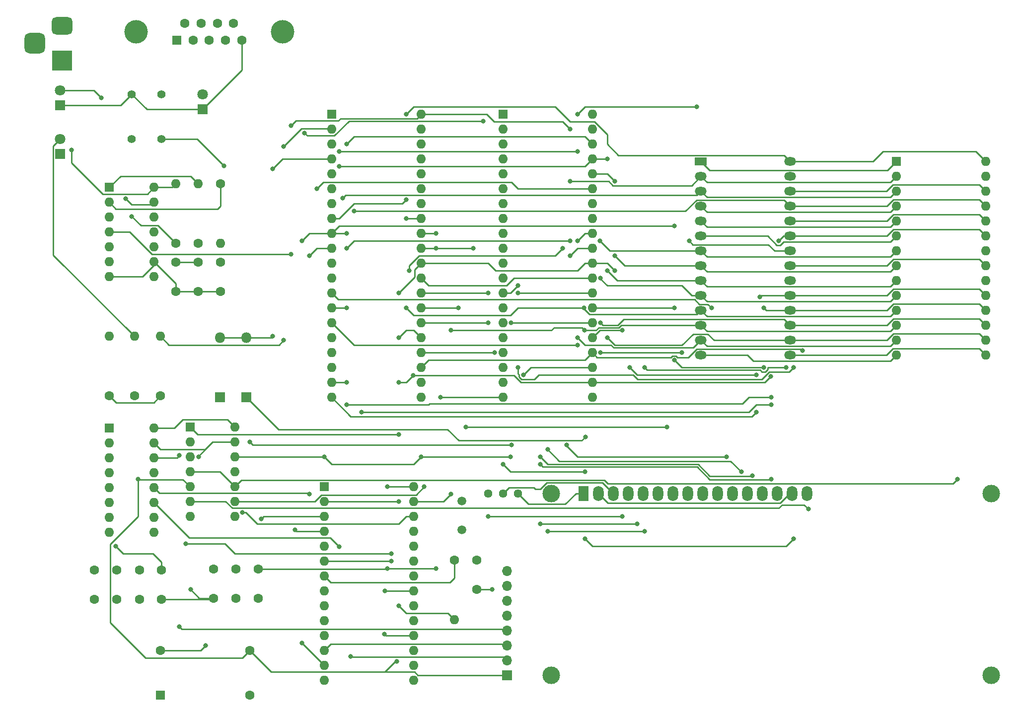
<source format=gbr>
G04 #@! TF.GenerationSoftware,KiCad,Pcbnew,(6.0.10-0)*
G04 #@! TF.CreationDate,2024-07-27T08:04:34-04:00*
G04 #@! TF.ProjectId,6502_wozmon,36353032-5f77-46f7-9a6d-6f6e2e6b6963,rev?*
G04 #@! TF.SameCoordinates,Original*
G04 #@! TF.FileFunction,Copper,L2,Bot*
G04 #@! TF.FilePolarity,Positive*
%FSLAX46Y46*%
G04 Gerber Fmt 4.6, Leading zero omitted, Abs format (unit mm)*
G04 Created by KiCad (PCBNEW (6.0.10-0)) date 2024-07-27 08:04:34*
%MOMM*%
%LPD*%
G01*
G04 APERTURE LIST*
G04 Aperture macros list*
%AMRoundRect*
0 Rectangle with rounded corners*
0 $1 Rounding radius*
0 $2 $3 $4 $5 $6 $7 $8 $9 X,Y pos of 4 corners*
0 Add a 4 corners polygon primitive as box body*
4,1,4,$2,$3,$4,$5,$6,$7,$8,$9,$2,$3,0*
0 Add four circle primitives for the rounded corners*
1,1,$1+$1,$2,$3*
1,1,$1+$1,$4,$5*
1,1,$1+$1,$6,$7*
1,1,$1+$1,$8,$9*
0 Add four rect primitives between the rounded corners*
20,1,$1+$1,$2,$3,$4,$5,0*
20,1,$1+$1,$4,$5,$6,$7,0*
20,1,$1+$1,$6,$7,$8,$9,0*
20,1,$1+$1,$8,$9,$2,$3,0*%
G04 Aperture macros list end*
G04 #@! TA.AperFunction,ComponentPad*
%ADD10C,1.600000*%
G04 #@! TD*
G04 #@! TA.AperFunction,ComponentPad*
%ADD11R,1.600000X1.600000*%
G04 #@! TD*
G04 #@! TA.AperFunction,ComponentPad*
%ADD12O,1.600000X1.600000*%
G04 #@! TD*
G04 #@! TA.AperFunction,ComponentPad*
%ADD13C,3.000000*%
G04 #@! TD*
G04 #@! TA.AperFunction,ComponentPad*
%ADD14R,1.800000X2.600000*%
G04 #@! TD*
G04 #@! TA.AperFunction,ComponentPad*
%ADD15O,1.800000X2.600000*%
G04 #@! TD*
G04 #@! TA.AperFunction,ComponentPad*
%ADD16C,4.000000*%
G04 #@! TD*
G04 #@! TA.AperFunction,ComponentPad*
%ADD17R,1.800000X1.800000*%
G04 #@! TD*
G04 #@! TA.AperFunction,ComponentPad*
%ADD18O,1.800000X1.800000*%
G04 #@! TD*
G04 #@! TA.AperFunction,ComponentPad*
%ADD19R,3.500000X3.500000*%
G04 #@! TD*
G04 #@! TA.AperFunction,ComponentPad*
%ADD20RoundRect,0.750000X-1.000000X0.750000X-1.000000X-0.750000X1.000000X-0.750000X1.000000X0.750000X0*%
G04 #@! TD*
G04 #@! TA.AperFunction,ComponentPad*
%ADD21RoundRect,0.875000X-0.875000X0.875000X-0.875000X-0.875000X0.875000X-0.875000X0.875000X0.875000X0*%
G04 #@! TD*
G04 #@! TA.AperFunction,ComponentPad*
%ADD22C,1.800000*%
G04 #@! TD*
G04 #@! TA.AperFunction,ComponentPad*
%ADD23C,1.500000*%
G04 #@! TD*
G04 #@! TA.AperFunction,ComponentPad*
%ADD24C,1.397000*%
G04 #@! TD*
G04 #@! TA.AperFunction,ComponentPad*
%ADD25R,1.700000X1.700000*%
G04 #@! TD*
G04 #@! TA.AperFunction,ComponentPad*
%ADD26O,1.700000X1.700000*%
G04 #@! TD*
G04 #@! TA.AperFunction,ComponentPad*
%ADD27R,2.000000X1.440000*%
G04 #@! TD*
G04 #@! TA.AperFunction,ComponentPad*
%ADD28O,2.000000X1.440000*%
G04 #@! TD*
G04 #@! TA.AperFunction,ComponentPad*
%ADD29C,1.440000*%
G04 #@! TD*
G04 #@! TA.AperFunction,ViaPad*
%ADD30C,0.800000*%
G04 #@! TD*
G04 #@! TA.AperFunction,Conductor*
%ADD31C,0.250000*%
G04 #@! TD*
G04 APERTURE END LIST*
D10*
G04 #@! TO.P,C9,1*
G04 #@! TO.N,Net-(C9-Pad1)*
X50257500Y-111585000D03*
G04 #@! TO.P,C9,2*
G04 #@! TO.N,GND*
X50257500Y-116585000D03*
G04 #@! TD*
D11*
G04 #@! TO.P,U3,1,A14*
G04 #@! TO.N,A14*
X175541666Y-41925000D03*
D12*
G04 #@! TO.P,U3,2,A12*
G04 #@! TO.N,A12*
X175541666Y-44465000D03*
G04 #@! TO.P,U3,3,A7*
G04 #@! TO.N,A7*
X175541666Y-47005000D03*
G04 #@! TO.P,U3,4,A6*
G04 #@! TO.N,A6*
X175541666Y-49545000D03*
G04 #@! TO.P,U3,5,A5*
G04 #@! TO.N,A5*
X175541666Y-52085000D03*
G04 #@! TO.P,U3,6,A4*
G04 #@! TO.N,A4*
X175541666Y-54625000D03*
G04 #@! TO.P,U3,7,A3*
G04 #@! TO.N,A3*
X175541666Y-57165000D03*
G04 #@! TO.P,U3,8,A2*
G04 #@! TO.N,A2*
X175541666Y-59705000D03*
G04 #@! TO.P,U3,9,A1*
G04 #@! TO.N,A1*
X175541666Y-62245000D03*
G04 #@! TO.P,U3,10,A0*
G04 #@! TO.N,A0*
X175541666Y-64785000D03*
G04 #@! TO.P,U3,11,D0*
G04 #@! TO.N,D0*
X175541666Y-67325000D03*
G04 #@! TO.P,U3,12,D1*
G04 #@! TO.N,D1*
X175541666Y-69865000D03*
G04 #@! TO.P,U3,13,D2*
G04 #@! TO.N,D2*
X175541666Y-72405000D03*
G04 #@! TO.P,U3,14,GND*
G04 #@! TO.N,GND*
X175541666Y-74945000D03*
G04 #@! TO.P,U3,15,D3*
G04 #@! TO.N,D3*
X190781666Y-74945000D03*
G04 #@! TO.P,U3,16,D4*
G04 #@! TO.N,D4*
X190781666Y-72405000D03*
G04 #@! TO.P,U3,17,D5*
G04 #@! TO.N,D5*
X190781666Y-69865000D03*
G04 #@! TO.P,U3,18,D6*
G04 #@! TO.N,D6*
X190781666Y-67325000D03*
G04 #@! TO.P,U3,19,D7*
G04 #@! TO.N,D7*
X190781666Y-64785000D03*
G04 #@! TO.P,U3,20,~{CS}*
G04 #@! TO.N,A15\u002A*
X190781666Y-62245000D03*
G04 #@! TO.P,U3,21,A10*
G04 #@! TO.N,A10*
X190781666Y-59705000D03*
G04 #@! TO.P,U3,22,~{OE}*
G04 #@! TO.N,GND*
X190781666Y-57165000D03*
G04 #@! TO.P,U3,23,A11*
G04 #@! TO.N,A11*
X190781666Y-54625000D03*
G04 #@! TO.P,U3,24,A9*
G04 #@! TO.N,A9*
X190781666Y-52085000D03*
G04 #@! TO.P,U3,25,A8*
G04 #@! TO.N,A8*
X190781666Y-49545000D03*
G04 #@! TO.P,U3,26,A13*
G04 #@! TO.N,A13*
X190781666Y-47005000D03*
G04 #@! TO.P,U3,27,~{WE}*
G04 #@! TO.N,VCC*
X190781666Y-44465000D03*
G04 #@! TO.P,U3,28,VCC*
X190781666Y-41925000D03*
G04 #@! TD*
D10*
G04 #@! TO.P,C6,1*
G04 #@! TO.N,Net-(C6-Pad1)*
X38827500Y-111585000D03*
G04 #@! TO.P,C6,2*
G04 #@! TO.N,Net-(C6-Pad2)*
X38827500Y-116585000D03*
G04 #@! TD*
D13*
G04 #@! TO.P,U8,*
G04 #@! TO.N,*
X191712500Y-98542500D03*
X191711980Y-129543200D03*
X116713400Y-129543200D03*
X116713400Y-98542500D03*
D14*
G04 #@! TO.P,U8,1,VSS*
G04 #@! TO.N,GND*
X122212500Y-98542500D03*
D15*
G04 #@! TO.P,U8,2,VDD*
G04 #@! TO.N,VCC*
X124752500Y-98542500D03*
G04 #@! TO.P,U8,3,VO*
G04 #@! TO.N,Net-(RV1-Pad2)*
X127292500Y-98542500D03*
G04 #@! TO.P,U8,4,RS*
G04 #@! TO.N,Net-(U7-Pad14)*
X129832500Y-98542500D03*
G04 #@! TO.P,U8,5,R/W*
G04 #@! TO.N,Net-(U7-Pad15)*
X132372500Y-98542500D03*
G04 #@! TO.P,U8,6,E*
G04 #@! TO.N,Net-(U7-Pad16)*
X134912500Y-98542500D03*
G04 #@! TO.P,U8,7,D0*
G04 #@! TO.N,unconnected-(U8-Pad7)*
X137452500Y-98542500D03*
G04 #@! TO.P,U8,8,D1*
G04 #@! TO.N,unconnected-(U8-Pad8)*
X139992500Y-98542500D03*
G04 #@! TO.P,U8,9,D2*
G04 #@! TO.N,unconnected-(U8-Pad9)*
X142532500Y-98542500D03*
G04 #@! TO.P,U8,10,D3*
G04 #@! TO.N,unconnected-(U8-Pad10)*
X145072500Y-98542500D03*
G04 #@! TO.P,U8,11,D4*
G04 #@! TO.N,Net-(U7-Pad10)*
X147612500Y-98542500D03*
G04 #@! TO.P,U8,12,D5*
G04 #@! TO.N,Net-(U7-Pad11)*
X150152500Y-98542500D03*
G04 #@! TO.P,U8,13,D6*
G04 #@! TO.N,Net-(U7-Pad12)*
X152692500Y-98542500D03*
G04 #@! TO.P,U8,14,D7*
G04 #@! TO.N,Net-(U7-Pad13)*
X155232500Y-98542500D03*
G04 #@! TO.P,U8,15,LED(+)*
G04 #@! TO.N,VCC*
X157772500Y-98542500D03*
G04 #@! TO.P,U8,16,LED(-)*
G04 #@! TO.N,GND*
X160312500Y-98542500D03*
G04 #@! TD*
D16*
G04 #@! TO.P,J2,0*
G04 #@! TO.N,N/C*
X70910000Y-19810331D03*
X45910000Y-19810331D03*
D11*
G04 #@! TO.P,J2,1,1*
G04 #@! TO.N,unconnected-(J2-Pad1)*
X52870000Y-21230331D03*
D10*
G04 #@! TO.P,J2,2,2*
G04 #@! TO.N,RXD*
X55640000Y-21230331D03*
G04 #@! TO.P,J2,3,3*
G04 #@! TO.N,TXD*
X58410000Y-21230331D03*
G04 #@! TO.P,J2,4,4*
G04 #@! TO.N,unconnected-(J2-Pad4)*
X61180000Y-21230331D03*
G04 #@! TO.P,J2,5,5*
G04 #@! TO.N,GND*
X63950000Y-21230331D03*
G04 #@! TO.P,J2,6,6*
G04 #@! TO.N,unconnected-(J2-Pad6)*
X54255000Y-18390331D03*
G04 #@! TO.P,J2,7,7*
G04 #@! TO.N,unconnected-(J2-Pad7)*
X57025000Y-18390331D03*
G04 #@! TO.P,J2,8,8*
G04 #@! TO.N,unconnected-(J2-Pad8)*
X59795000Y-18390331D03*
G04 #@! TO.P,J2,9,9*
G04 #@! TO.N,unconnected-(J2-Pad9)*
X62565000Y-18390331D03*
G04 #@! TD*
D17*
G04 #@! TO.P,D1,1,K*
G04 #@! TO.N,Net-(D1-Pad1)*
X60232500Y-82150000D03*
D18*
G04 #@! TO.P,D1,2,A*
G04 #@! TO.N,IRQ\u002A*
X60232500Y-71990000D03*
G04 #@! TD*
D10*
G04 #@! TO.P,C10,1*
G04 #@! TO.N,VCC*
X56515000Y-59095000D03*
G04 #@! TO.P,C10,2*
G04 #@! TO.N,GND*
X56515000Y-64095000D03*
G04 #@! TD*
G04 #@! TO.P,C8,1*
G04 #@! TO.N,GND*
X46487500Y-116625000D03*
G04 #@! TO.P,C8,2*
G04 #@! TO.N,Net-(C8-Pad2)*
X46487500Y-111625000D03*
G04 #@! TD*
D19*
G04 #@! TO.P,J1,1*
G04 #@! TO.N,VCC*
X33342500Y-24765000D03*
D20*
G04 #@! TO.P,J1,2*
G04 #@! TO.N,unconnected-(J1-Pad2)*
X33342500Y-18765000D03*
D21*
G04 #@! TO.P,J1,3*
G04 #@! TO.N,GND*
X28642500Y-21765000D03*
G04 #@! TD*
D17*
G04 #@! TO.P,D3,1,K*
G04 #@! TO.N,GND*
X57257110Y-33025000D03*
D22*
G04 #@! TO.P,D3,2,A*
G04 #@! TO.N,Net-(D3-Pad2)*
X57257110Y-30485000D03*
G04 #@! TD*
D11*
G04 #@! TO.P,U4,1,VSS*
G04 #@! TO.N,GND*
X78007500Y-97375000D03*
D12*
G04 #@! TO.P,U4,2,CS1*
G04 #@! TO.N,A12*
X78007500Y-99915000D03*
G04 #@! TO.P,U4,3,~{CS2}*
G04 #@! TO.N,Net-(U1-Pad8)*
X78007500Y-102455000D03*
G04 #@! TO.P,U4,4,~{RES}*
G04 #@! TO.N,RESET\u002A*
X78007500Y-104995000D03*
G04 #@! TO.P,U4,5,RxC*
G04 #@! TO.N,unconnected-(U4-Pad5)*
X78007500Y-107535000D03*
G04 #@! TO.P,U4,6,XTAL1*
G04 #@! TO.N,Net-(C5-Pad1)*
X78007500Y-110075000D03*
G04 #@! TO.P,U4,7,XTAL2*
G04 #@! TO.N,XTAL*
X78007500Y-112615000D03*
G04 #@! TO.P,U4,8,~{RTS}*
G04 #@! TO.N,unconnected-(U4-Pad8)*
X78007500Y-115155000D03*
G04 #@! TO.P,U4,9,~{CTS}*
G04 #@! TO.N,unconnected-(U4-Pad9)*
X78007500Y-117695000D03*
G04 #@! TO.P,U4,10,TxD*
G04 #@! TO.N,Net-(U4-Pad10)*
X78007500Y-120235000D03*
G04 #@! TO.P,U4,11,~{DTR}*
G04 #@! TO.N,unconnected-(U4-Pad11)*
X78007500Y-122775000D03*
G04 #@! TO.P,U4,12,RxD*
G04 #@! TO.N,MAX232_12*
X78007500Y-125315000D03*
G04 #@! TO.P,U4,13,RS0*
G04 #@! TO.N,A0*
X78007500Y-127855000D03*
G04 #@! TO.P,U4,14,RS1*
G04 #@! TO.N,A1*
X78007500Y-130395000D03*
G04 #@! TO.P,U4,15,VCC*
G04 #@! TO.N,VCC*
X93247500Y-130395000D03*
G04 #@! TO.P,U4,16,~{DCD}*
G04 #@! TO.N,unconnected-(U4-Pad16)*
X93247500Y-127855000D03*
G04 #@! TO.P,U4,17,~{DSR}*
G04 #@! TO.N,unconnected-(U4-Pad17)*
X93247500Y-125315000D03*
G04 #@! TO.P,U4,18,D0*
G04 #@! TO.N,D0*
X93247500Y-122775000D03*
G04 #@! TO.P,U4,19,D1*
G04 #@! TO.N,D1*
X93247500Y-120235000D03*
G04 #@! TO.P,U4,20,D2*
G04 #@! TO.N,D2*
X93247500Y-117695000D03*
G04 #@! TO.P,U4,21,D3*
G04 #@! TO.N,D3*
X93247500Y-115155000D03*
G04 #@! TO.P,U4,22,D4*
G04 #@! TO.N,D4*
X93247500Y-112615000D03*
G04 #@! TO.P,U4,23,D5*
G04 #@! TO.N,D5*
X93247500Y-110075000D03*
G04 #@! TO.P,U4,24,D6*
G04 #@! TO.N,D6*
X93247500Y-107535000D03*
G04 #@! TO.P,U4,25,D7*
G04 #@! TO.N,D7*
X93247500Y-104995000D03*
G04 #@! TO.P,U4,26,~{IRQ}*
G04 #@! TO.N,Net-(D1-Pad1)*
X93247500Y-102455000D03*
G04 #@! TO.P,U4,27,\u03D52*
G04 #@! TO.N,CLK*
X93247500Y-99915000D03*
G04 #@! TO.P,U4,28,R/~{W}*
G04 #@! TO.N,RW\u002A*
X93247500Y-97375000D03*
G04 #@! TD*
D10*
G04 #@! TO.P,R3,1*
G04 #@! TO.N,VCC*
X50072500Y-81910000D03*
D12*
G04 #@! TO.P,R3,2*
G04 #@! TO.N,Net-(R3-Pad2)*
X50072500Y-71750000D03*
G04 #@! TD*
D11*
G04 #@! TO.P,U2,1,~{VP}*
G04 #@! TO.N,unconnected-(U2-Pad1)*
X79282500Y-33895000D03*
D12*
G04 #@! TO.P,U2,2,RDY*
G04 #@! TO.N,Net-(R3-Pad2)*
X79282500Y-36435000D03*
G04 #@! TO.P,U2,3,\u03D51*
G04 #@! TO.N,unconnected-(U2-Pad3)*
X79282500Y-38975000D03*
G04 #@! TO.P,U2,4,~{IRQ}*
G04 #@! TO.N,IRQ\u002A*
X79282500Y-41515000D03*
G04 #@! TO.P,U2,5,~{ML}*
G04 #@! TO.N,unconnected-(U2-Pad5)*
X79282500Y-44055000D03*
G04 #@! TO.P,U2,6,~{NMI}*
G04 #@! TO.N,VCC*
X79282500Y-46595000D03*
G04 #@! TO.P,U2,7,SYNC*
G04 #@! TO.N,unconnected-(U2-Pad7)*
X79282500Y-49135000D03*
G04 #@! TO.P,U2,8,VDD*
G04 #@! TO.N,VCC*
X79282500Y-51675000D03*
G04 #@! TO.P,U2,9,A0*
G04 #@! TO.N,A0*
X79282500Y-54215000D03*
G04 #@! TO.P,U2,10,A1*
G04 #@! TO.N,A1*
X79282500Y-56755000D03*
G04 #@! TO.P,U2,11,A2*
G04 #@! TO.N,A2*
X79282500Y-59295000D03*
G04 #@! TO.P,U2,12,A3*
G04 #@! TO.N,A3*
X79282500Y-61835000D03*
G04 #@! TO.P,U2,13,A4*
G04 #@! TO.N,A4*
X79282500Y-64375000D03*
G04 #@! TO.P,U2,14,A5*
G04 #@! TO.N,A5*
X79282500Y-66915000D03*
G04 #@! TO.P,U2,15,A6*
G04 #@! TO.N,A6*
X79282500Y-69455000D03*
G04 #@! TO.P,U2,16,A7*
G04 #@! TO.N,A7*
X79282500Y-71995000D03*
G04 #@! TO.P,U2,17,A8*
G04 #@! TO.N,A8*
X79282500Y-74535000D03*
G04 #@! TO.P,U2,18,A9*
G04 #@! TO.N,A9*
X79282500Y-77075000D03*
G04 #@! TO.P,U2,19,A10*
G04 #@! TO.N,A10*
X79282500Y-79615000D03*
G04 #@! TO.P,U2,20,A11*
G04 #@! TO.N,A11*
X79282500Y-82155000D03*
G04 #@! TO.P,U2,21,VSS*
G04 #@! TO.N,GND*
X94522500Y-82155000D03*
G04 #@! TO.P,U2,22,A12*
G04 #@! TO.N,A12*
X94522500Y-79615000D03*
G04 #@! TO.P,U2,23,A13*
G04 #@! TO.N,A13*
X94522500Y-77075000D03*
G04 #@! TO.P,U2,24,A14*
G04 #@! TO.N,A14*
X94522500Y-74535000D03*
G04 #@! TO.P,U2,25,A15*
G04 #@! TO.N,A15*
X94522500Y-71995000D03*
G04 #@! TO.P,U2,26,D7*
G04 #@! TO.N,D7*
X94522500Y-69455000D03*
G04 #@! TO.P,U2,27,D6*
G04 #@! TO.N,D6*
X94522500Y-66915000D03*
G04 #@! TO.P,U2,28,D5*
G04 #@! TO.N,D5*
X94522500Y-64375000D03*
G04 #@! TO.P,U2,29,D4*
G04 #@! TO.N,D4*
X94522500Y-61835000D03*
G04 #@! TO.P,U2,30,D3*
G04 #@! TO.N,D3*
X94522500Y-59295000D03*
G04 #@! TO.P,U2,31,D2*
G04 #@! TO.N,D2*
X94522500Y-56755000D03*
G04 #@! TO.P,U2,32,D1*
G04 #@! TO.N,D1*
X94522500Y-54215000D03*
G04 #@! TO.P,U2,33,D0*
G04 #@! TO.N,D0*
X94522500Y-51675000D03*
G04 #@! TO.P,U2,34,R/~{W}*
G04 #@! TO.N,RW\u002A*
X94522500Y-49135000D03*
G04 #@! TO.P,U2,35,nc*
G04 #@! TO.N,unconnected-(U2-Pad35)*
X94522500Y-46595000D03*
G04 #@! TO.P,U2,36,BE*
G04 #@! TO.N,VCC*
X94522500Y-44055000D03*
G04 #@! TO.P,U2,37,\u03D50*
G04 #@! TO.N,CLK*
X94522500Y-41515000D03*
G04 #@! TO.P,U2,38,~{SO}*
G04 #@! TO.N,unconnected-(U2-Pad38)*
X94522500Y-38975000D03*
G04 #@! TO.P,U2,39,\u03D52*
G04 #@! TO.N,unconnected-(U2-Pad39)*
X94522500Y-36435000D03*
G04 #@! TO.P,U2,40,~{RES}*
G04 #@! TO.N,RESET\u002A*
X94522500Y-33895000D03*
G04 #@! TD*
D11*
G04 #@! TO.P,U7,1,VSS*
G04 #@! TO.N,GND*
X108492500Y-33890000D03*
D12*
G04 #@! TO.P,U7,2,PA0*
G04 #@! TO.N,unconnected-(U7-Pad2)*
X108492500Y-36430000D03*
G04 #@! TO.P,U7,3,PA1*
G04 #@! TO.N,unconnected-(U7-Pad3)*
X108492500Y-38970000D03*
G04 #@! TO.P,U7,4,PA2*
G04 #@! TO.N,unconnected-(U7-Pad4)*
X108492500Y-41510000D03*
G04 #@! TO.P,U7,5,PA3*
G04 #@! TO.N,unconnected-(U7-Pad5)*
X108492500Y-44050000D03*
G04 #@! TO.P,U7,6,PA4*
G04 #@! TO.N,unconnected-(U7-Pad6)*
X108492500Y-46590000D03*
G04 #@! TO.P,U7,7,PA5*
G04 #@! TO.N,unconnected-(U7-Pad7)*
X108492500Y-49130000D03*
G04 #@! TO.P,U7,8,PA6*
G04 #@! TO.N,unconnected-(U7-Pad8)*
X108492500Y-51670000D03*
G04 #@! TO.P,U7,9,PA7*
G04 #@! TO.N,unconnected-(U7-Pad9)*
X108492500Y-54210000D03*
G04 #@! TO.P,U7,10,PB0*
G04 #@! TO.N,Net-(U7-Pad10)*
X108492500Y-56750000D03*
G04 #@! TO.P,U7,11,PB1*
G04 #@! TO.N,Net-(U7-Pad11)*
X108492500Y-59290000D03*
G04 #@! TO.P,U7,12,PB2*
G04 #@! TO.N,Net-(U7-Pad12)*
X108492500Y-61830000D03*
G04 #@! TO.P,U7,13,PB3*
G04 #@! TO.N,Net-(U7-Pad13)*
X108492500Y-64370000D03*
G04 #@! TO.P,U7,14,PB4*
G04 #@! TO.N,Net-(U7-Pad14)*
X108492500Y-66910000D03*
G04 #@! TO.P,U7,15,PB5*
G04 #@! TO.N,Net-(U7-Pad15)*
X108492500Y-69450000D03*
G04 #@! TO.P,U7,16,PB6*
G04 #@! TO.N,Net-(U7-Pad16)*
X108492500Y-71990000D03*
G04 #@! TO.P,U7,17,PB7*
G04 #@! TO.N,unconnected-(U7-Pad17)*
X108492500Y-74530000D03*
G04 #@! TO.P,U7,18,CB1*
G04 #@! TO.N,unconnected-(U7-Pad18)*
X108492500Y-77070000D03*
G04 #@! TO.P,U7,19,CB2*
G04 #@! TO.N,unconnected-(U7-Pad19)*
X108492500Y-79610000D03*
G04 #@! TO.P,U7,20,VCC*
G04 #@! TO.N,VCC*
X108492500Y-82150000D03*
G04 #@! TO.P,U7,21,~{IRQ}*
G04 #@! TO.N,Net-(D2-Pad1)*
X123732500Y-82150000D03*
G04 #@! TO.P,U7,22,R/~{W}*
G04 #@! TO.N,RW\u002A*
X123732500Y-79610000D03*
G04 #@! TO.P,U7,23,~{CS2}*
G04 #@! TO.N,Net-(U1-Pad8)*
X123732500Y-77070000D03*
G04 #@! TO.P,U7,24,CS1*
G04 #@! TO.N,A13*
X123732500Y-74530000D03*
G04 #@! TO.P,U7,25,\u03D52*
G04 #@! TO.N,CLK*
X123732500Y-71990000D03*
G04 #@! TO.P,U7,26,D7*
G04 #@! TO.N,D7*
X123732500Y-69450000D03*
G04 #@! TO.P,U7,27,D6*
G04 #@! TO.N,D6*
X123732500Y-66910000D03*
G04 #@! TO.P,U7,28,D5*
G04 #@! TO.N,D5*
X123732500Y-64370000D03*
G04 #@! TO.P,U7,29,D4*
G04 #@! TO.N,D4*
X123732500Y-61830000D03*
G04 #@! TO.P,U7,30,D3*
G04 #@! TO.N,D3*
X123732500Y-59290000D03*
G04 #@! TO.P,U7,31,D2*
G04 #@! TO.N,D2*
X123732500Y-56750000D03*
G04 #@! TO.P,U7,32,D1*
G04 #@! TO.N,D1*
X123732500Y-54210000D03*
G04 #@! TO.P,U7,33,D0*
G04 #@! TO.N,D0*
X123732500Y-51670000D03*
G04 #@! TO.P,U7,34,~{RES}*
G04 #@! TO.N,RESET\u002A*
X123732500Y-49130000D03*
G04 #@! TO.P,U7,35,RS3*
G04 #@! TO.N,A3*
X123732500Y-46590000D03*
G04 #@! TO.P,U7,36,RS2*
G04 #@! TO.N,A2*
X123732500Y-44050000D03*
G04 #@! TO.P,U7,37,RS1*
G04 #@! TO.N,A1*
X123732500Y-41510000D03*
G04 #@! TO.P,U7,38,RS0*
G04 #@! TO.N,A0*
X123732500Y-38970000D03*
G04 #@! TO.P,U7,39,CA2*
G04 #@! TO.N,unconnected-(U7-Pad39)*
X123732500Y-36430000D03*
G04 #@! TO.P,U7,40,CA1*
G04 #@! TO.N,unconnected-(U7-Pad40)*
X123732500Y-33890000D03*
G04 #@! TD*
D23*
G04 #@! TO.P,Y1,1,1*
G04 #@! TO.N,Net-(C5-Pad1)*
X101502500Y-99845000D03*
G04 #@! TO.P,Y1,2,2*
G04 #@! TO.N,XTAL*
X101502500Y-104745000D03*
G04 #@! TD*
D11*
G04 #@! TO.P,U1,1*
G04 #@! TO.N,A15*
X55162500Y-87225000D03*
D12*
G04 #@! TO.P,U1,2*
X55162500Y-89765000D03*
G04 #@! TO.P,U1,3*
G04 #@! TO.N,A15\u002A*
X55162500Y-92305000D03*
G04 #@! TO.P,U1,4*
X55162500Y-94845000D03*
G04 #@! TO.P,U1,5*
G04 #@! TO.N,CLK*
X55162500Y-97385000D03*
G04 #@! TO.P,U1,6*
G04 #@! TO.N,Net-(U1-Pad6)*
X55162500Y-99925000D03*
G04 #@! TO.P,U1,7,GND*
G04 #@! TO.N,GND*
X55162500Y-102465000D03*
G04 #@! TO.P,U1,8*
G04 #@! TO.N,Net-(U1-Pad8)*
X62782500Y-102465000D03*
G04 #@! TO.P,U1,9*
G04 #@! TO.N,A14*
X62782500Y-99925000D03*
G04 #@! TO.P,U1,10*
G04 #@! TO.N,A15\u002A*
X62782500Y-97385000D03*
G04 #@! TO.P,U1,11*
G04 #@! TO.N,unconnected-(U1-Pad11)*
X62782500Y-94845000D03*
G04 #@! TO.P,U1,12*
G04 #@! TO.N,GND*
X62782500Y-92305000D03*
G04 #@! TO.P,U1,13*
X62782500Y-89765000D03*
G04 #@! TO.P,U1,14,VCC*
G04 #@! TO.N,VCC*
X62782500Y-87225000D03*
G04 #@! TD*
D10*
G04 #@! TO.P,R4,1*
G04 #@! TO.N,XTAL*
X100232500Y-109915000D03*
D12*
G04 #@! TO.P,R4,2*
G04 #@! TO.N,Net-(C5-Pad1)*
X100232500Y-120075000D03*
G04 #@! TD*
D10*
G04 #@! TO.P,C1,1*
G04 #@! TO.N,VCC*
X52705000Y-59095000D03*
G04 #@! TO.P,C1,2*
G04 #@! TO.N,GND*
X52705000Y-64095000D03*
G04 #@! TD*
G04 #@! TO.P,C5,1*
G04 #@! TO.N,Net-(C5-Pad1)*
X104042500Y-109915000D03*
G04 #@! TO.P,C5,2*
G04 #@! TO.N,GND*
X104042500Y-114915000D03*
G04 #@! TD*
D24*
G04 #@! TO.P,SW2,1,1*
G04 #@! TO.N,Net-(R1-Pad1)*
X45212000Y-38100000D03*
G04 #@! TO.P,SW2,2,2*
G04 #@! TO.N,GND*
X45212000Y-30480000D03*
G04 #@! TO.P,SW2,3,3*
G04 #@! TO.N,Net-(R6-Pad1)*
X50292000Y-38100000D03*
G04 #@! TO.P,SW2,4,4*
G04 #@! TO.N,unconnected-(SW2-Pad4)*
X50292000Y-30480000D03*
G04 #@! TD*
D10*
G04 #@! TO.P,R2,1*
G04 #@! TO.N,VCC*
X41382500Y-81910000D03*
D12*
G04 #@! TO.P,R2,2*
G04 #@! TO.N,Net-(LED_1-Pad2)*
X41382500Y-71750000D03*
G04 #@! TD*
D17*
G04 #@! TO.P,LED_1,1,K*
G04 #@! TO.N,GND*
X33020000Y-32365048D03*
D22*
G04 #@! TO.P,LED_1,2,A*
G04 #@! TO.N,Net-(LED_1-Pad2)*
X33020000Y-29825048D03*
G04 #@! TD*
D10*
G04 #@! TO.P,C2,1*
G04 #@! TO.N,VCC*
X59167500Y-111400000D03*
G04 #@! TO.P,C2,2*
G04 #@! TO.N,GND*
X59167500Y-116400000D03*
G04 #@! TD*
D11*
G04 #@! TO.P,U6,1,C1+*
G04 #@! TO.N,Net-(C6-Pad1)*
X41377500Y-87405000D03*
D12*
G04 #@! TO.P,U6,2,VS+*
G04 #@! TO.N,Net-(C8-Pad2)*
X41377500Y-89945000D03*
G04 #@! TO.P,U6,3,C1-*
G04 #@! TO.N,Net-(C6-Pad2)*
X41377500Y-92485000D03*
G04 #@! TO.P,U6,4,C2+*
G04 #@! TO.N,Net-(C7-Pad1)*
X41377500Y-95025000D03*
G04 #@! TO.P,U6,5,C2-*
G04 #@! TO.N,Net-(C7-Pad2)*
X41377500Y-97565000D03*
G04 #@! TO.P,U6,6,VS-*
G04 #@! TO.N,Net-(C9-Pad1)*
X41377500Y-100105000D03*
G04 #@! TO.P,U6,7,T2OUT*
G04 #@! TO.N,unconnected-(U6-Pad7)*
X41377500Y-102645000D03*
G04 #@! TO.P,U6,8,R2IN*
G04 #@! TO.N,unconnected-(U6-Pad8)*
X41377500Y-105185000D03*
G04 #@! TO.P,U6,9,R2OUT*
G04 #@! TO.N,unconnected-(U6-Pad9)*
X48997500Y-105185000D03*
G04 #@! TO.P,U6,10,T2IN*
G04 #@! TO.N,unconnected-(U6-Pad10)*
X48997500Y-102645000D03*
G04 #@! TO.P,U6,11,T1IN*
G04 #@! TO.N,Net-(U4-Pad10)*
X48997500Y-100105000D03*
G04 #@! TO.P,U6,12,R1OUT*
G04 #@! TO.N,MAX232_12*
X48997500Y-97565000D03*
G04 #@! TO.P,U6,13,R1IN*
G04 #@! TO.N,TXD*
X48997500Y-95025000D03*
G04 #@! TO.P,U6,14,T1OUT*
G04 #@! TO.N,RXD*
X48997500Y-92485000D03*
G04 #@! TO.P,U6,15,GND*
G04 #@! TO.N,GND*
X48997500Y-89945000D03*
G04 #@! TO.P,U6,16,VCC*
G04 #@! TO.N,VCC*
X48997500Y-87405000D03*
G04 #@! TD*
D10*
G04 #@! TO.P,R6,1*
G04 #@! TO.N,Net-(R6-Pad1)*
X56515000Y-55880000D03*
D12*
G04 #@! TO.P,R6,2*
G04 #@! TO.N,Net-(C11-Pad1)*
X56515000Y-45720000D03*
G04 #@! TD*
D10*
G04 #@! TO.P,R5,1*
G04 #@! TO.N,CLK*
X45660833Y-81910000D03*
D12*
G04 #@! TO.P,R5,2*
G04 #@! TO.N,Net-(LED_2-Pad2)*
X45660833Y-71750000D03*
G04 #@! TD*
D10*
G04 #@! TO.P,C7,1*
G04 #@! TO.N,Net-(C7-Pad1)*
X42637500Y-111585000D03*
G04 #@! TO.P,C7,2*
G04 #@! TO.N,Net-(C7-Pad2)*
X42637500Y-116585000D03*
G04 #@! TD*
G04 #@! TO.P,C4,1*
G04 #@! TO.N,VCC*
X66787500Y-111400000D03*
G04 #@! TO.P,C4,2*
G04 #@! TO.N,GND*
X66787500Y-116400000D03*
G04 #@! TD*
D17*
G04 #@! TO.P,LED_2,1,K*
G04 #@! TO.N,GND*
X33020000Y-40630024D03*
D22*
G04 #@! TO.P,LED_2,2,A*
G04 #@! TO.N,Net-(LED_2-Pad2)*
X33020000Y-38090024D03*
G04 #@! TD*
D25*
G04 #@! TO.P,J4,1,Pin_1*
G04 #@! TO.N,CLK*
X109220000Y-129525000D03*
D26*
G04 #@! TO.P,J4,2,Pin_2*
G04 #@! TO.N,RESET\u002A*
X109220000Y-126985000D03*
G04 #@! TO.P,J4,3,Pin_3*
G04 #@! TO.N,MAX232_12*
X109220000Y-124445000D03*
G04 #@! TO.P,J4,4,Pin_4*
G04 #@! TO.N,TXD*
X109220000Y-121905000D03*
G04 #@! TO.P,J4,5,Pin_5*
G04 #@! TO.N,GND*
X109220000Y-119365000D03*
G04 #@! TO.P,J4,6,Pin_6*
X109220000Y-116825000D03*
G04 #@! TO.P,J4,7,Pin_7*
X109220000Y-114285000D03*
G04 #@! TO.P,J4,8,Pin_8*
X109220000Y-111745000D03*
G04 #@! TD*
D11*
G04 #@! TO.P,X1,1,Vcontrol*
G04 #@! TO.N,unconnected-(X1-Pad1)*
X50072500Y-132950000D03*
D10*
G04 #@! TO.P,X1,7,GND*
G04 #@! TO.N,GND*
X65312500Y-132950000D03*
G04 #@! TO.P,X1,8,OUT*
G04 #@! TO.N,CLK*
X65312500Y-125330000D03*
G04 #@! TO.P,X1,14,Vcc*
G04 #@! TO.N,VCC*
X50072500Y-125330000D03*
G04 #@! TD*
G04 #@! TO.P,R7,1*
G04 #@! TO.N,Net-(R7-Pad1)*
X60325000Y-45720000D03*
D12*
G04 #@! TO.P,R7,2*
G04 #@! TO.N,Net-(D3-Pad2)*
X60325000Y-55880000D03*
G04 #@! TD*
D10*
G04 #@! TO.P,C3,1*
G04 #@! TO.N,VCC*
X62977500Y-111400000D03*
G04 #@! TO.P,C3,2*
G04 #@! TO.N,GND*
X62977500Y-116400000D03*
G04 #@! TD*
G04 #@! TO.P,R1,1*
G04 #@! TO.N,Net-(R1-Pad1)*
X52705000Y-55880000D03*
D12*
G04 #@! TO.P,R1,2*
G04 #@! TO.N,VCC*
X52705000Y-45720000D03*
G04 #@! TD*
D10*
G04 #@! TO.P,C11,1*
G04 #@! TO.N,Net-(C11-Pad1)*
X60325000Y-59095000D03*
G04 #@! TO.P,C11,2*
G04 #@! TO.N,GND*
X60325000Y-64095000D03*
G04 #@! TD*
D11*
G04 #@! TO.P,U9,1*
G04 #@! TO.N,Net-(C11-Pad1)*
X41377500Y-46350000D03*
D12*
G04 #@! TO.P,U9,2*
G04 #@! TO.N,Net-(R7-Pad1)*
X41377500Y-48890000D03*
G04 #@! TO.P,U9,3*
X41377500Y-51430000D03*
G04 #@! TO.P,U9,4*
G04 #@! TO.N,RESET\u002A*
X41377500Y-53970000D03*
G04 #@! TO.P,U9,5*
G04 #@! TO.N,GND*
X41377500Y-56510000D03*
G04 #@! TO.P,U9,6*
G04 #@! TO.N,unconnected-(U9-Pad6)*
X41377500Y-59050000D03*
G04 #@! TO.P,U9,7,GND*
G04 #@! TO.N,GND*
X41377500Y-61590000D03*
G04 #@! TO.P,U9,8*
G04 #@! TO.N,unconnected-(U9-Pad8)*
X48997500Y-61590000D03*
G04 #@! TO.P,U9,9*
G04 #@! TO.N,GND*
X48997500Y-59050000D03*
G04 #@! TO.P,U9,10*
G04 #@! TO.N,unconnected-(U9-Pad10)*
X48997500Y-56510000D03*
G04 #@! TO.P,U9,11*
G04 #@! TO.N,GND*
X48997500Y-53970000D03*
G04 #@! TO.P,U9,12*
G04 #@! TO.N,unconnected-(U9-Pad12)*
X48997500Y-51430000D03*
G04 #@! TO.P,U9,13*
G04 #@! TO.N,GND*
X48997500Y-48890000D03*
G04 #@! TO.P,U9,14,VCC*
G04 #@! TO.N,VCC*
X48997500Y-46350000D03*
G04 #@! TD*
D17*
G04 #@! TO.P,D2,1,K*
G04 #@! TO.N,Net-(D2-Pad1)*
X64710834Y-82150000D03*
D18*
G04 #@! TO.P,D2,2,A*
G04 #@! TO.N,IRQ\u002A*
X64710834Y-71990000D03*
G04 #@! TD*
D27*
G04 #@! TO.P,U5,1,A14*
G04 #@! TO.N,A14*
X142240000Y-41910000D03*
D28*
G04 #@! TO.P,U5,2,A12*
G04 #@! TO.N,A12*
X142240000Y-44450000D03*
G04 #@! TO.P,U5,3,A7*
G04 #@! TO.N,A7*
X142240000Y-46990000D03*
G04 #@! TO.P,U5,4,A6*
G04 #@! TO.N,A6*
X142240000Y-49530000D03*
G04 #@! TO.P,U5,5,A5*
G04 #@! TO.N,A5*
X142240000Y-52070000D03*
G04 #@! TO.P,U5,6,A4*
G04 #@! TO.N,A4*
X142240000Y-54610000D03*
G04 #@! TO.P,U5,7,A3*
G04 #@! TO.N,A3*
X142240000Y-57150000D03*
G04 #@! TO.P,U5,8,A2*
G04 #@! TO.N,A2*
X142240000Y-59690000D03*
G04 #@! TO.P,U5,9,A1*
G04 #@! TO.N,A1*
X142240000Y-62230000D03*
G04 #@! TO.P,U5,10,A0*
G04 #@! TO.N,A0*
X142240000Y-64770000D03*
G04 #@! TO.P,U5,11,Q0*
G04 #@! TO.N,D0*
X142240000Y-67310000D03*
G04 #@! TO.P,U5,12,Q1*
G04 #@! TO.N,D1*
X142240000Y-69850000D03*
G04 #@! TO.P,U5,13,Q2*
G04 #@! TO.N,D2*
X142240000Y-72390000D03*
G04 #@! TO.P,U5,14,GND*
G04 #@! TO.N,GND*
X142240000Y-74930000D03*
G04 #@! TO.P,U5,15,Q3*
G04 #@! TO.N,D3*
X157480000Y-74930000D03*
G04 #@! TO.P,U5,16,Q4*
G04 #@! TO.N,D4*
X157480000Y-72390000D03*
G04 #@! TO.P,U5,17,Q5*
G04 #@! TO.N,D5*
X157480000Y-69850000D03*
G04 #@! TO.P,U5,18,Q6*
G04 #@! TO.N,D6*
X157480000Y-67310000D03*
G04 #@! TO.P,U5,19,Q7*
G04 #@! TO.N,D7*
X157480000Y-64770000D03*
G04 #@! TO.P,U5,20,~{CS}*
G04 #@! TO.N,Net-(U1-Pad6)*
X157480000Y-62230000D03*
G04 #@! TO.P,U5,21,A10*
G04 #@! TO.N,A10*
X157480000Y-59690000D03*
G04 #@! TO.P,U5,22,~{OE}*
G04 #@! TO.N,A14*
X157480000Y-57150000D03*
G04 #@! TO.P,U5,23,A11*
G04 #@! TO.N,A11*
X157480000Y-54610000D03*
G04 #@! TO.P,U5,24,A9*
G04 #@! TO.N,A9*
X157480000Y-52070000D03*
G04 #@! TO.P,U5,25,A8*
G04 #@! TO.N,A8*
X157480000Y-49530000D03*
G04 #@! TO.P,U5,26,A13*
G04 #@! TO.N,A13*
X157480000Y-46990000D03*
G04 #@! TO.P,U5,27,~{WE}*
G04 #@! TO.N,RW\u002A*
X157480000Y-44450000D03*
G04 #@! TO.P,U5,28,VCC*
G04 #@! TO.N,VCC*
X157480000Y-41910000D03*
G04 #@! TD*
D29*
G04 #@! TO.P,RV1,1,1*
G04 #@! TO.N,GND*
X111017500Y-98585000D03*
G04 #@! TO.P,RV1,2,2*
G04 #@! TO.N,Net-(RV1-Pad2)*
X108477500Y-98585000D03*
G04 #@! TO.P,RV1,3,3*
G04 #@! TO.N,unconnected-(RV1-Pad3)*
X105937500Y-98585000D03*
G04 #@! TD*
D30*
G04 #@! TO.N,GND*
X74676000Y-37084000D03*
X105156000Y-35052000D03*
X158022500Y-106280000D03*
X106680000Y-114935000D03*
X78012500Y-92310000D03*
X55245000Y-114935000D03*
X109762500Y-92310000D03*
X56561992Y-92310554D03*
X44196000Y-48260000D03*
X122462500Y-106280000D03*
X94522500Y-92310000D03*
G04 #@! TO.N,VCC*
X122462500Y-94850000D03*
X97865503Y-82150000D03*
X88804001Y-111360000D03*
X57785000Y-124460000D03*
X34925000Y-40005000D03*
X91982500Y-48444500D03*
X97062500Y-111360000D03*
X108492500Y-93580000D03*
X91982500Y-33877999D03*
G04 #@! TO.N,Net-(C5-Pad1)*
X89442500Y-110090000D03*
X90712500Y-117710000D03*
G04 #@! TO.N,Net-(C9-Pad1)*
X42452500Y-107550000D03*
G04 #@! TO.N,IRQ\u002A*
X69215000Y-43180000D03*
X69215000Y-71755000D03*
G04 #@! TO.N,Net-(D1-Pad1)*
X64082794Y-101774500D03*
G04 #@! TO.N,TXD*
X53340000Y-121285000D03*
G04 #@! TO.N,RXD*
X53340000Y-92075000D03*
G04 #@! TO.N,Net-(LED_1-Pad2)*
X40005000Y-31115000D03*
G04 #@! TO.N,Net-(R3-Pad2)*
X71120000Y-72390000D03*
X71120000Y-39370000D03*
G04 #@! TO.N,CLK*
X90357840Y-127164500D03*
X99602500Y-98660000D03*
X128812500Y-70720000D03*
X54438000Y-107109520D03*
X89442500Y-108820000D03*
X46262500Y-96120000D03*
G04 #@! TO.N,Net-(D2-Pad1)*
X122555000Y-88900000D03*
G04 #@! TO.N,RESET\u002A*
X119922500Y-36430000D03*
X82550000Y-126365000D03*
X73025000Y-104775000D03*
X72390001Y-35822599D03*
X72390000Y-57785000D03*
G04 #@! TO.N,A15*
X90712500Y-88500000D03*
X90712500Y-71990000D03*
G04 #@! TO.N,A15\u002A*
X185962500Y-96120000D03*
G04 #@! TO.N,Net-(U1-Pad6)*
X160562500Y-101200000D03*
G04 #@! TO.N,Net-(U1-Pad8)*
X65312500Y-89770000D03*
X67310000Y-102870000D03*
X109929590Y-90259500D03*
X111948998Y-78340000D03*
G04 #@! TO.N,A14*
X95068000Y-97390000D03*
X111032500Y-77070000D03*
X107092997Y-74530000D03*
X158022500Y-77070000D03*
X140242500Y-55480000D03*
G04 #@! TO.N,A0*
X125132003Y-61830000D03*
X81822500Y-38970000D03*
X81822500Y-54210000D03*
X137702500Y-52940000D03*
X74239500Y-55480000D03*
X74202500Y-124060000D03*
G04 #@! TO.N,A1*
X126272500Y-41510000D03*
X126272500Y-60560000D03*
X75472500Y-58020000D03*
X80552500Y-42780000D03*
G04 #@! TO.N,A2*
X121192500Y-40240000D03*
X127542500Y-58020000D03*
X127542500Y-45320000D03*
X80552500Y-40240000D03*
G04 #@! TO.N,A3*
X76742500Y-46590000D03*
X125002500Y-55480000D03*
G04 #@! TO.N,A4*
X144052500Y-66910000D03*
G04 #@! TO.N,A5*
X141512500Y-32620000D03*
X119922500Y-55480000D03*
X121192500Y-33890000D03*
X81822500Y-66910000D03*
X81822500Y-56750000D03*
G04 #@! TO.N,A6*
X121192500Y-73260000D03*
X125132003Y-74530000D03*
X138972500Y-74530000D03*
G04 #@! TO.N,A7*
X81132000Y-48223234D03*
G04 #@! TO.N,A8*
X83092500Y-50400000D03*
G04 #@! TO.N,A9*
X154212500Y-82150000D03*
X81822500Y-83420000D03*
G04 #@! TO.N,A10*
X154212500Y-83420000D03*
X84362500Y-84690000D03*
X81822500Y-79610000D03*
G04 #@! TO.N,A11*
X151672500Y-84690000D03*
X155482500Y-55480000D03*
G04 #@! TO.N,A12*
X90712500Y-99930000D03*
X119922500Y-45320000D03*
X92528000Y-60560000D03*
X118652500Y-56750000D03*
G04 #@! TO.N,A13*
X159529500Y-74205500D03*
G04 #@! TO.N,D7*
X109892003Y-69450000D03*
X105952500Y-69450000D03*
X152307500Y-65005000D03*
X151672500Y-78340000D03*
X130082500Y-77070000D03*
G04 #@! TO.N,D6*
X136432500Y-87230000D03*
X102142500Y-87230000D03*
X137702500Y-75800000D03*
X100872500Y-66910000D03*
X152942500Y-66910000D03*
X152942500Y-77070000D03*
X137702500Y-66910000D03*
G04 #@! TO.N,D5*
X111032500Y-64370000D03*
X125132003Y-69450000D03*
X105952500Y-64370000D03*
G04 #@! TO.N,D4*
X126272500Y-71990000D03*
G04 #@! TO.N,D3*
X156752500Y-77070000D03*
X90712500Y-64370000D03*
X132622500Y-77070000D03*
X88354500Y-115170000D03*
X127542500Y-60560000D03*
G04 #@! TO.N,D2*
X121192500Y-71990000D03*
X103412500Y-56750000D03*
X97062500Y-56750000D03*
X119922500Y-58020000D03*
G04 #@! TO.N,D1*
X99602500Y-70720000D03*
X121192500Y-55480000D03*
X97062500Y-54210000D03*
X122386909Y-70719999D03*
G04 #@! TO.N,D0*
X88265000Y-122555000D03*
X91982500Y-66910000D03*
X122332997Y-66910000D03*
X91982500Y-51670000D03*
G04 #@! TO.N,RW\u002A*
X154120881Y-78576505D03*
X93212205Y-78380294D03*
X88804001Y-97374999D03*
X90712500Y-79610000D03*
G04 #@! TO.N,Net-(U7-Pad10)*
X146592500Y-92310000D03*
X119357036Y-90259500D03*
G04 #@! TO.N,Net-(U7-Pad11)*
X116112500Y-91040000D03*
X149132500Y-94850000D03*
G04 #@! TO.N,Net-(U7-Pad12)*
X114842500Y-92310000D03*
X151037500Y-95485000D03*
G04 #@! TO.N,Net-(U7-Pad13)*
X114842500Y-93580000D03*
X154212500Y-96120000D03*
X111032500Y-63100000D03*
G04 #@! TO.N,Net-(U7-Pad14)*
X128812500Y-102470000D03*
X105952500Y-102470000D03*
G04 #@! TO.N,Net-(U7-Pad15)*
X114842500Y-103740000D03*
X131352500Y-103740000D03*
G04 #@! TO.N,Net-(U7-Pad16)*
X132622500Y-105010000D03*
X116112500Y-105010000D03*
G04 #@! TO.N,Net-(R1-Pad1)*
X45212000Y-51308000D03*
G04 #@! TO.N,Net-(R6-Pad1)*
X60960000Y-42672000D03*
G04 #@! TO.N,MAX232_12*
X75472500Y-98660000D03*
G04 #@! TO.N,Net-(U4-Pad10)*
X80521451Y-107581049D03*
G04 #@! TD*
D31*
G04 #@! TO.N,GND*
X48997500Y-59050000D02*
X52705000Y-62757500D01*
X45212000Y-49276000D02*
X48611500Y-49276000D01*
X151213190Y-75975000D02*
X174511666Y-75975000D01*
X82256491Y-35052000D02*
X79748491Y-37560000D01*
X93252500Y-93580000D02*
X79282500Y-93580000D01*
X43326952Y-32365048D02*
X33020000Y-32365048D01*
X174511666Y-75975000D02*
X175541666Y-74945000D01*
X105156000Y-35052000D02*
X82256491Y-35052000D01*
X46995000Y-61590000D02*
X48997500Y-59587500D01*
X150168190Y-74930000D02*
X151213190Y-75975000D01*
X44196000Y-48260000D02*
X45212000Y-49276000D01*
X57692500Y-91040000D02*
X50092500Y-91040000D01*
X104042500Y-114915000D02*
X106660000Y-114915000D01*
X60325000Y-64095000D02*
X56515000Y-64095000D01*
X58967500Y-89765000D02*
X62782500Y-89765000D01*
X63950000Y-21230331D02*
X63950000Y-26332110D01*
X156752500Y-107550000D02*
X158022500Y-106280000D01*
X52705000Y-64095000D02*
X56515000Y-64095000D01*
X52705000Y-62757500D02*
X52705000Y-64095000D01*
X112800000Y-100367500D02*
X119094712Y-100367500D01*
X47757000Y-33025000D02*
X57257110Y-33025000D01*
X56561992Y-92310554D02*
X56561992Y-92170508D01*
X123732500Y-107550000D02*
X156752500Y-107550000D01*
X63950000Y-26332110D02*
X57257110Y-33025000D01*
X48997500Y-59587500D02*
X48997500Y-59050000D01*
X122462500Y-106280000D02*
X123732500Y-107550000D01*
X119094712Y-100367500D02*
X120919712Y-98542500D01*
X106660000Y-114915000D02*
X106680000Y-114935000D01*
X55245000Y-114935000D02*
X56710000Y-116400000D01*
X45212000Y-30480000D02*
X47757000Y-33025000D01*
X142240000Y-74930000D02*
X150168190Y-74930000D01*
X78007500Y-92305000D02*
X78012500Y-92310000D01*
X111017500Y-98585000D02*
X112800000Y-100367500D01*
X56710000Y-116400000D02*
X59167500Y-116400000D01*
X79282500Y-93580000D02*
X78012500Y-92310000D01*
X41377500Y-61590000D02*
X46995000Y-61590000D01*
X45212000Y-30480000D02*
X43326952Y-32365048D01*
X50092500Y-91040000D02*
X48997500Y-89945000D01*
X94522500Y-92310000D02*
X109762500Y-92310000D01*
X57692500Y-91040000D02*
X58967500Y-89765000D01*
X58982500Y-116585000D02*
X59167500Y-116400000D01*
X94522500Y-92310000D02*
X93252500Y-93580000D01*
X56561992Y-92170508D02*
X57692500Y-91040000D01*
X62782500Y-92305000D02*
X78007500Y-92305000D01*
X48611500Y-49276000D02*
X48997500Y-48890000D01*
X120919712Y-98542500D02*
X122212500Y-98542500D01*
X75152000Y-37560000D02*
X74676000Y-37084000D01*
X79748491Y-37560000D02*
X75152000Y-37560000D01*
X50257500Y-116585000D02*
X58982500Y-116585000D01*
G04 #@! TO.N,Net-(C11-Pad1)*
X55245000Y-44450000D02*
X56515000Y-45720000D01*
X41377500Y-46350000D02*
X43277500Y-44450000D01*
X43277500Y-44450000D02*
X55245000Y-44450000D01*
G04 #@! TO.N,VCC*
X52075000Y-46350000D02*
X52705000Y-45720000D01*
X126377500Y-100167500D02*
X124752500Y-98542500D01*
X34925000Y-42147500D02*
X40252500Y-47475000D01*
X157772500Y-98542500D02*
X157364912Y-98542500D01*
X157364912Y-98542500D02*
X155739912Y-100167500D01*
X56915000Y-125330000D02*
X50072500Y-125330000D01*
X34925000Y-40005000D02*
X34925000Y-42147500D01*
X91297000Y-49130000D02*
X83092500Y-49130000D01*
X83092500Y-49130000D02*
X80547500Y-51675000D01*
X52705000Y-59095000D02*
X56515000Y-59095000D01*
X41382500Y-81910000D02*
X42507500Y-83035000D01*
X124053491Y-35160000D02*
X119922500Y-35160000D01*
X61517500Y-85960000D02*
X62782500Y-87225000D01*
X47872500Y-47475000D02*
X48997500Y-46350000D01*
X119922500Y-35160000D02*
X117382500Y-32620000D01*
X109762500Y-94850000D02*
X122462500Y-94850000D01*
X48997500Y-46350000D02*
X52075000Y-46350000D01*
X157480000Y-41910000D02*
X156435000Y-40865000D01*
X48947500Y-83035000D02*
X50072500Y-81910000D01*
X93240499Y-32620000D02*
X91982500Y-33877999D01*
X91982500Y-48444500D02*
X91297000Y-49130000D01*
X66787500Y-111400000D02*
X88764001Y-111400000D01*
X155739912Y-100167500D02*
X126377500Y-100167500D01*
X171592500Y-41910000D02*
X157480000Y-41910000D01*
X48997500Y-87405000D02*
X52437500Y-87405000D01*
X126272500Y-38970000D02*
X126272500Y-37379009D01*
X108492500Y-82150000D02*
X97865503Y-82150000D01*
X42507500Y-83035000D02*
X48947500Y-83035000D01*
X190781666Y-41925000D02*
X189096666Y-40240000D01*
X97062500Y-111360000D02*
X88804001Y-111360000D01*
X126272500Y-37379009D02*
X124053491Y-35160000D01*
X189096666Y-40240000D02*
X173262500Y-40240000D01*
X80547500Y-51675000D02*
X79282500Y-51675000D01*
X53882500Y-85960000D02*
X61517500Y-85960000D01*
X40252500Y-47475000D02*
X47872500Y-47475000D01*
X117382500Y-32620000D02*
X93240499Y-32620000D01*
X108492500Y-93580000D02*
X109762500Y-94850000D01*
X156435000Y-40865000D02*
X128167500Y-40865000D01*
X57785000Y-124460000D02*
X56915000Y-125330000D01*
X173262500Y-40240000D02*
X171592500Y-41910000D01*
X128167500Y-40865000D02*
X126272500Y-38970000D01*
X88764001Y-111400000D02*
X88804001Y-111360000D01*
X52437500Y-87405000D02*
X53882500Y-85960000D01*
G04 #@! TO.N,Net-(C5-Pad1)*
X91982500Y-118980000D02*
X99137500Y-118980000D01*
X90712500Y-117710000D02*
X91982500Y-118980000D01*
X78007500Y-110075000D02*
X89427500Y-110075000D01*
X99137500Y-118980000D02*
X100232500Y-120075000D01*
X89427500Y-110075000D02*
X89442500Y-110090000D01*
G04 #@! TO.N,Net-(C9-Pad1)*
X43722500Y-108820000D02*
X48802500Y-108820000D01*
X42452500Y-107550000D02*
X43722500Y-108820000D01*
X50257500Y-110275000D02*
X50257500Y-111585000D01*
X48802500Y-108820000D02*
X50257500Y-110275000D01*
G04 #@! TO.N,IRQ\u002A*
X69215000Y-43180000D02*
X70880000Y-41515000D01*
X64710834Y-71990000D02*
X60232500Y-71990000D01*
X68980000Y-71990000D02*
X69215000Y-71755000D01*
X64710834Y-71990000D02*
X68980000Y-71990000D01*
X70880000Y-41515000D02*
X79282500Y-41515000D01*
G04 #@! TO.N,Net-(D1-Pad1)*
X90712500Y-103740000D02*
X91997500Y-102455000D01*
X64617000Y-101774500D02*
X64082794Y-101774500D01*
X66582500Y-103740000D02*
X64617000Y-101774500D01*
X91997500Y-102455000D02*
X93247500Y-102455000D01*
X90712500Y-103740000D02*
X66582500Y-103740000D01*
G04 #@! TO.N,TXD*
X109220000Y-121905000D02*
X108965000Y-121650000D01*
X53705000Y-121650000D02*
X53340000Y-121285000D01*
X108965000Y-121650000D02*
X53705000Y-121650000D01*
G04 #@! TO.N,RXD*
X53340000Y-92075000D02*
X52930000Y-92485000D01*
X52930000Y-92485000D02*
X48997500Y-92485000D01*
G04 #@! TO.N,Net-(LED_1-Pad2)*
X40005000Y-31115000D02*
X38715048Y-29825048D01*
X38715048Y-29825048D02*
X33020000Y-29825048D01*
G04 #@! TO.N,Net-(LED_2-Pad2)*
X33020000Y-38090024D02*
X31795000Y-39315024D01*
X31795000Y-57884167D02*
X45660833Y-71750000D01*
X31795000Y-39315024D02*
X31795000Y-57884167D01*
G04 #@! TO.N,Net-(R3-Pad2)*
X71120000Y-39370000D02*
X74130500Y-36359500D01*
X70295000Y-73215000D02*
X71120000Y-72390000D01*
X50072500Y-71750000D02*
X51537500Y-73215000D01*
X79207000Y-36359500D02*
X79282500Y-36435000D01*
X74130500Y-36359500D02*
X79207000Y-36359500D01*
X51537500Y-73215000D02*
X70295000Y-73215000D01*
G04 #@! TO.N,XTAL*
X78007500Y-112615000D02*
X79132500Y-113740000D01*
X99442500Y-113740000D02*
X100232500Y-112950000D01*
X79132500Y-113740000D02*
X99442500Y-113740000D01*
X100232500Y-112950000D02*
X100232500Y-109915000D01*
G04 #@! TO.N,CLK*
X41512500Y-107220000D02*
X46262500Y-102470000D01*
X89442500Y-108820000D02*
X62772500Y-108820000D01*
X88332500Y-128980000D02*
X93423491Y-128980000D01*
X68962500Y-128980000D02*
X88332500Y-128980000D01*
X65312500Y-125330000D02*
X68962500Y-128980000D01*
X46292500Y-96150000D02*
X53927500Y-96150000D01*
X98347500Y-99915000D02*
X93247500Y-99915000D01*
X47532500Y-126600000D02*
X41512500Y-120580000D01*
X46262500Y-96120000D02*
X46292500Y-96150000D01*
X93968491Y-129525000D02*
X109220000Y-129525000D01*
X41512500Y-120580000D02*
X41512500Y-107220000D01*
X62772500Y-108820000D02*
X61062020Y-107109520D01*
X61062020Y-107109520D02*
X54438000Y-107109520D01*
X90148000Y-127164500D02*
X90357840Y-127164500D01*
X99602500Y-98660000D02*
X98347500Y-99915000D01*
X46262500Y-102470000D02*
X46262500Y-96120000D01*
X65312500Y-125330000D02*
X64042500Y-126600000D01*
X88332500Y-128980000D02*
X90148000Y-127164500D01*
X93423491Y-128980000D02*
X93968491Y-129525000D01*
X125002500Y-70720000D02*
X128812500Y-70720000D01*
X53927500Y-96150000D02*
X55162500Y-97385000D01*
X64042500Y-126600000D02*
X47532500Y-126600000D01*
X123732500Y-71990000D02*
X125002500Y-70720000D01*
G04 #@! TO.N,Net-(RV1-Pad2)*
X114888400Y-97786560D02*
X115957460Y-96717500D01*
X115957460Y-96717500D02*
X125467500Y-96717500D01*
X113766356Y-97540000D02*
X114012916Y-97786560D01*
X108477500Y-98585000D02*
X109522500Y-97540000D01*
X114012916Y-97786560D02*
X114888400Y-97786560D01*
X109522500Y-97540000D02*
X113766356Y-97540000D01*
X125467500Y-96717500D02*
X127292500Y-98542500D01*
G04 #@! TO.N,Net-(D2-Pad1)*
X100965000Y-89535000D02*
X121920000Y-89535000D01*
X70190834Y-87630000D02*
X99060000Y-87630000D01*
X64710834Y-82150000D02*
X70190834Y-87630000D01*
X99060000Y-87630000D02*
X100965000Y-89535000D01*
X121920000Y-89535000D02*
X122555000Y-88900000D01*
G04 #@! TO.N,RESET\u002A*
X109220000Y-126985000D02*
X108675000Y-126440000D01*
X73192600Y-35020000D02*
X72390001Y-35822599D01*
X78007500Y-104995000D02*
X73245000Y-104995000D01*
X106977098Y-35160000D02*
X105712098Y-33895000D01*
X48681509Y-57785000D02*
X44866509Y-53970000D01*
X82625000Y-126440000D02*
X82550000Y-126365000D01*
X44866509Y-53970000D02*
X41377500Y-53970000D01*
X72390000Y-57785000D02*
X48681509Y-57785000D01*
X105712098Y-33895000D02*
X94522500Y-33895000D01*
X93815001Y-34602499D02*
X80825001Y-34602499D01*
X94522500Y-33895000D02*
X93815001Y-34602499D01*
X80407500Y-35020000D02*
X73192600Y-35020000D01*
X119922500Y-36430000D02*
X118652500Y-35160000D01*
X80825001Y-34602499D02*
X80407500Y-35020000D01*
X108675000Y-126440000D02*
X82625000Y-126440000D01*
X118652500Y-35160000D02*
X106977098Y-35160000D01*
X73245000Y-104995000D02*
X73025000Y-104775000D01*
G04 #@! TO.N,A15*
X56437500Y-88500000D02*
X90712500Y-88500000D01*
X91982500Y-70720000D02*
X93252500Y-70720000D01*
X93252500Y-70720000D02*
X93252500Y-70725000D01*
X93252500Y-70725000D02*
X94522500Y-71995000D01*
X55162500Y-87225000D02*
X56437500Y-88500000D01*
X90712500Y-71990000D02*
X91982500Y-70720000D01*
G04 #@! TO.N,A15\u002A*
X63917500Y-96250000D02*
X125766810Y-96250000D01*
X125766810Y-96250000D02*
X126361310Y-96844500D01*
X55162500Y-94845000D02*
X60242500Y-94845000D01*
X126361310Y-96844500D02*
X185238000Y-96844500D01*
X185238000Y-96844500D02*
X185962500Y-96120000D01*
X60242500Y-94845000D02*
X62782500Y-97385000D01*
X62782500Y-97385000D02*
X63917500Y-96250000D01*
G04 #@! TO.N,Net-(U1-Pad6)*
X55162500Y-99925000D02*
X61191509Y-99925000D01*
X156067602Y-100475500D02*
X159838000Y-100475500D01*
X61191509Y-99925000D02*
X62316509Y-101050000D01*
X155493102Y-101050000D02*
X156067602Y-100475500D01*
X159838000Y-100475500D02*
X160562500Y-101200000D01*
X62316509Y-101050000D02*
X155493102Y-101050000D01*
G04 #@! TO.N,Net-(U1-Pad8)*
X123732500Y-77070000D02*
X113218998Y-77070000D01*
X78007500Y-102455000D02*
X67725000Y-102455000D01*
X65312500Y-89770000D02*
X65802000Y-90259500D01*
X113218998Y-77070000D02*
X111948998Y-78340000D01*
X65802000Y-90259500D02*
X109929590Y-90259500D01*
X67725000Y-102455000D02*
X67310000Y-102870000D01*
G04 #@! TO.N,A14*
X153726712Y-56105000D02*
X140867500Y-56105000D01*
X114597098Y-78340000D02*
X113872598Y-79064500D01*
X154771712Y-57150000D02*
X153726712Y-56105000D01*
X153878288Y-77794500D02*
X152608288Y-79064500D01*
X157480000Y-57150000D02*
X154771712Y-57150000D01*
X142240000Y-41910000D02*
X143735000Y-43405000D01*
X107087997Y-74535000D02*
X107092997Y-74530000D01*
X158022500Y-77070000D02*
X157298000Y-77794500D01*
X94522500Y-74535000D02*
X107087997Y-74535000D01*
X157298000Y-77794500D02*
X153878288Y-77794500D01*
X152608288Y-79064500D02*
X131441310Y-79064500D01*
X62782500Y-99925000D02*
X76406509Y-99925000D01*
X111648900Y-79064500D02*
X111224498Y-78640098D01*
X113872598Y-79064500D02*
X111648900Y-79064500D01*
X76406509Y-99925000D02*
X77541509Y-98790000D01*
X93668000Y-98790000D02*
X95068000Y-97390000D01*
X77541509Y-98790000D02*
X93668000Y-98790000D01*
X131441310Y-79064500D02*
X130716810Y-78340000D01*
X111224498Y-78640098D02*
X111224498Y-78286596D01*
X111224498Y-78286596D02*
X111032500Y-78094598D01*
X143735000Y-43405000D02*
X174061666Y-43405000D01*
X130716810Y-78340000D02*
X114597098Y-78340000D01*
X140867500Y-56105000D02*
X140242500Y-55480000D01*
X111032500Y-78094598D02*
X111032500Y-77070000D01*
X174061666Y-43405000D02*
X175541666Y-41925000D01*
G04 #@! TO.N,A0*
X174511666Y-65815000D02*
X175541666Y-64785000D01*
X143285000Y-65815000D02*
X174511666Y-65815000D01*
X79282500Y-54215000D02*
X80557500Y-52940000D01*
X81822500Y-38970000D02*
X83092500Y-37700000D01*
X122462500Y-37700000D02*
X123732500Y-38970000D01*
X81817500Y-54215000D02*
X81822500Y-54210000D01*
X80557500Y-52940000D02*
X137702500Y-52940000D01*
X79282500Y-54215000D02*
X75504500Y-54215000D01*
X74202500Y-124060000D02*
X74212500Y-124060000D01*
X79282500Y-54215000D02*
X81817500Y-54215000D01*
X142240000Y-64770000D02*
X143285000Y-65815000D01*
X140642500Y-64770000D02*
X142240000Y-64770000D01*
X125132003Y-61830000D02*
X125132003Y-61959503D01*
X83092500Y-37700000D02*
X122462500Y-37700000D01*
X138972500Y-63100000D02*
X140642500Y-64770000D01*
X126272500Y-63100000D02*
X138972500Y-63100000D01*
X75504500Y-54215000D02*
X74239500Y-55480000D01*
X125132003Y-61959503D02*
X126272500Y-63100000D01*
X74212500Y-124060000D02*
X78007500Y-127855000D01*
G04 #@! TO.N,A1*
X142240000Y-62230000D02*
X143285000Y-63275000D01*
X123732500Y-41510000D02*
X126272500Y-41510000D01*
X174511666Y-63275000D02*
X175541666Y-62245000D01*
X127942500Y-62230000D02*
X142240000Y-62230000D01*
X143285000Y-63275000D02*
X174511666Y-63275000D01*
X122462500Y-42780000D02*
X123732500Y-41510000D01*
X80552500Y-42780000D02*
X122462500Y-42780000D01*
X126272500Y-60560000D02*
X127942500Y-62230000D01*
X76737500Y-56755000D02*
X75472500Y-58020000D01*
X79282500Y-56755000D02*
X76737500Y-56755000D01*
G04 #@! TO.N,A2*
X142240000Y-59690000D02*
X143285000Y-60735000D01*
X80552500Y-40240000D02*
X121192500Y-40240000D01*
X127542500Y-58020000D02*
X129212500Y-59690000D01*
X143285000Y-60735000D02*
X174511666Y-60735000D01*
X126272500Y-44050000D02*
X127542500Y-45320000D01*
X123732500Y-44050000D02*
X126272500Y-44050000D01*
X174511666Y-60735000D02*
X175541666Y-59705000D01*
X129212500Y-59690000D02*
X142240000Y-59690000D01*
G04 #@! TO.N,A3*
X125002500Y-55480000D02*
X126672500Y-57150000D01*
X77867500Y-45465000D02*
X109907500Y-45465000D01*
X111032500Y-46590000D02*
X123732500Y-46590000D01*
X126672500Y-57150000D02*
X142240000Y-57150000D01*
X143285000Y-58195000D02*
X174511666Y-58195000D01*
X142240000Y-57150000D02*
X143285000Y-58195000D01*
X76742500Y-46590000D02*
X77867500Y-45465000D01*
X174511666Y-58195000D02*
X175541666Y-57165000D01*
X109907500Y-45465000D02*
X111032500Y-46590000D01*
G04 #@! TO.N,A4*
X144052500Y-66910000D02*
X143407500Y-66265000D01*
X142240000Y-54610000D02*
X153587902Y-54610000D01*
X155182402Y-56204500D02*
X155782598Y-56204500D01*
X155782598Y-56204500D02*
X156332098Y-55655000D01*
X174511666Y-55655000D02*
X175541666Y-54625000D01*
X141212147Y-65500000D02*
X80407500Y-65500000D01*
X80407500Y-65500000D02*
X79282500Y-64375000D01*
X141977147Y-66265000D02*
X141212147Y-65500000D01*
X156332098Y-55655000D02*
X174511666Y-55655000D01*
X153587902Y-54610000D02*
X155182402Y-56204500D01*
X143407500Y-66265000D02*
X141977147Y-66265000D01*
G04 #@! TO.N,A5*
X79282500Y-66915000D02*
X81817500Y-66915000D01*
X119922500Y-55480000D02*
X83092500Y-55480000D01*
X122462500Y-32620000D02*
X141512500Y-32620000D01*
X83092500Y-55480000D02*
X81822500Y-56750000D01*
X81817500Y-66915000D02*
X81822500Y-66910000D01*
X142240000Y-52070000D02*
X143285000Y-53115000D01*
X121192500Y-33890000D02*
X122462500Y-32620000D01*
X174511666Y-53115000D02*
X175541666Y-52085000D01*
X143285000Y-53115000D02*
X174511666Y-53115000D01*
G04 #@! TO.N,A6*
X125132003Y-74530000D02*
X138972500Y-74530000D01*
X143285000Y-50575000D02*
X174511666Y-50575000D01*
X83087500Y-73260000D02*
X121192500Y-73260000D01*
X174511666Y-50575000D02*
X175541666Y-49545000D01*
X79282500Y-69455000D02*
X83087500Y-73260000D01*
X142240000Y-49530000D02*
X143285000Y-50575000D01*
G04 #@! TO.N,A7*
X174511666Y-48035000D02*
X175541666Y-47005000D01*
X143285000Y-48035000D02*
X174511666Y-48035000D01*
X141510000Y-47720000D02*
X142240000Y-46990000D01*
X142240000Y-46990000D02*
X143285000Y-48035000D01*
X81132000Y-48223234D02*
X81635234Y-47720000D01*
X81635234Y-47720000D02*
X141510000Y-47720000D01*
G04 #@! TO.N,A8*
X141527147Y-48485000D02*
X156435000Y-48485000D01*
X173965675Y-49530000D02*
X157480000Y-49530000D01*
X175075675Y-48420000D02*
X173965675Y-49530000D01*
X189656666Y-48420000D02*
X175075675Y-48420000D01*
X139612147Y-50400000D02*
X141527147Y-48485000D01*
X190781666Y-49545000D02*
X189656666Y-48420000D01*
X83092500Y-50400000D02*
X139612147Y-50400000D01*
X156435000Y-48485000D02*
X157480000Y-49530000D01*
G04 #@! TO.N,A9*
X95937500Y-83275000D02*
X95792500Y-83420000D01*
X175075675Y-50960000D02*
X173965675Y-52070000D01*
X150402500Y-82150000D02*
X149277500Y-83275000D01*
X190781666Y-52085000D02*
X189656666Y-50960000D01*
X154212500Y-82150000D02*
X150402500Y-82150000D01*
X189656666Y-50960000D02*
X175075675Y-50960000D01*
X149277500Y-83275000D02*
X95937500Y-83275000D01*
X95792500Y-83420000D02*
X81822500Y-83420000D01*
X173965675Y-52070000D02*
X157480000Y-52070000D01*
G04 #@! TO.N,A10*
X150402500Y-84690000D02*
X151672500Y-83420000D01*
X79282500Y-79615000D02*
X81817500Y-79615000D01*
X151672500Y-83420000D02*
X154212500Y-83420000D01*
X173965675Y-59690000D02*
X157480000Y-59690000D01*
X81817500Y-79615000D02*
X81822500Y-79610000D01*
X190781666Y-59705000D02*
X189656666Y-58580000D01*
X189656666Y-58580000D02*
X175075675Y-58580000D01*
X175075675Y-58580000D02*
X173965675Y-59690000D01*
X84362500Y-84690000D02*
X150402500Y-84690000D01*
G04 #@! TO.N,A11*
X82542500Y-85415000D02*
X79282500Y-82155000D01*
X189656666Y-53500000D02*
X175075675Y-53500000D01*
X157480000Y-54610000D02*
X156352500Y-54610000D01*
X150947500Y-85415000D02*
X82542500Y-85415000D01*
X151672500Y-84690000D02*
X150947500Y-85415000D01*
X190781666Y-54625000D02*
X189656666Y-53500000D01*
X156352500Y-54610000D02*
X155482500Y-55480000D01*
X175075675Y-53500000D02*
X173965675Y-54610000D01*
X173965675Y-54610000D02*
X157480000Y-54610000D01*
G04 #@! TO.N,A12*
X92528000Y-59698509D02*
X92528000Y-60560000D01*
X117382500Y-58020000D02*
X94206509Y-58020000D01*
X142240000Y-44450000D02*
X143285000Y-45495000D01*
X143285000Y-45495000D02*
X174511666Y-45495000D01*
X140645000Y-46045000D02*
X142240000Y-44450000D01*
X94206509Y-58020000D02*
X92528000Y-59698509D01*
X127242195Y-46045000D02*
X140645000Y-46045000D01*
X78007500Y-99915000D02*
X90697500Y-99915000D01*
X90697500Y-99915000D02*
X90712500Y-99930000D01*
X119922500Y-45320000D02*
X126517195Y-45320000D01*
X118652500Y-56750000D02*
X117382500Y-58020000D01*
X174511666Y-45495000D02*
X175541666Y-44465000D01*
X126517195Y-45320000D02*
X127242195Y-46045000D01*
G04 #@! TO.N,A13*
X138002598Y-75075500D02*
X138257097Y-75329999D01*
X122462500Y-75800000D02*
X95797500Y-75800000D01*
X174967500Y-45880000D02*
X173857500Y-46990000D01*
X95797500Y-75800000D02*
X94522500Y-77075000D01*
X173857500Y-46990000D02*
X157480000Y-46990000D01*
X159209000Y-73885000D02*
X159529500Y-74205500D01*
X137402402Y-75075500D02*
X138002598Y-75075500D01*
X123732500Y-74530000D02*
X124532499Y-75329999D01*
X189656666Y-45880000D02*
X174967500Y-45880000D01*
X140082148Y-75329999D02*
X141527147Y-73885000D01*
X137147903Y-75329999D02*
X137402402Y-75075500D01*
X124532499Y-75329999D02*
X137147903Y-75329999D01*
X138257097Y-75329999D02*
X140082148Y-75329999D01*
X123732500Y-74530000D02*
X122462500Y-75800000D01*
X141527147Y-73885000D02*
X159209000Y-73885000D01*
X190781666Y-47005000D02*
X189656666Y-45880000D01*
G04 #@! TO.N,D7*
X130082500Y-77070000D02*
X131352500Y-78340000D01*
X189656666Y-63660000D02*
X175075675Y-63660000D01*
X152542500Y-64770000D02*
X152307500Y-65005000D01*
X105947500Y-69455000D02*
X105952500Y-69450000D01*
X109892003Y-69450000D02*
X123732500Y-69450000D01*
X131352500Y-78340000D02*
X151672500Y-78340000D01*
X157480000Y-64770000D02*
X152542500Y-64770000D01*
X94522500Y-69455000D02*
X105947500Y-69455000D01*
X173965675Y-64770000D02*
X157480000Y-64770000D01*
X190781666Y-64785000D02*
X189656666Y-63660000D01*
X175075675Y-63660000D02*
X173965675Y-64770000D01*
G04 #@! TO.N,D6*
X153342500Y-67310000D02*
X157480000Y-67310000D01*
X137702500Y-75800000D02*
X138972500Y-77070000D01*
X173965675Y-67310000D02*
X157480000Y-67310000D01*
X190781666Y-67325000D02*
X189656666Y-66200000D01*
X152942500Y-66910000D02*
X153342500Y-67310000D01*
X123732500Y-66910000D02*
X137702500Y-66910000D01*
X120836189Y-87180499D02*
X120885690Y-87230000D01*
X94522500Y-66915000D02*
X100867500Y-66915000D01*
X100867500Y-66915000D02*
X100872500Y-66910000D01*
X175075675Y-66200000D02*
X173965675Y-67310000D01*
X102142500Y-87230000D02*
X102192001Y-87180499D01*
X102192001Y-87180499D02*
X120836189Y-87180499D01*
X138972500Y-77070000D02*
X152942500Y-77070000D01*
X189656666Y-66200000D02*
X175075675Y-66200000D01*
X120885690Y-87230000D02*
X136432500Y-87230000D01*
G04 #@! TO.N,D5*
X173965675Y-69850000D02*
X157480000Y-69850000D01*
X125132003Y-69450000D02*
X125503001Y-69820998D01*
X105947500Y-64375000D02*
X105952500Y-64370000D01*
X94522500Y-64375000D02*
X105947500Y-64375000D01*
X189656666Y-68740000D02*
X175075675Y-68740000D01*
X129067212Y-68805000D02*
X156435000Y-68805000D01*
X190781666Y-69865000D02*
X189656666Y-68740000D01*
X175075675Y-68740000D02*
X173965675Y-69850000D01*
X125503001Y-69820998D02*
X128051214Y-69820998D01*
X156435000Y-68805000D02*
X157480000Y-69850000D01*
X111032500Y-64370000D02*
X123732500Y-64370000D01*
X128051214Y-69820998D02*
X129067212Y-68805000D01*
G04 #@! TO.N,D4*
X140887500Y-71345000D02*
X143407500Y-71345000D01*
X189656666Y-71280000D02*
X175075675Y-71280000D01*
X144452500Y-72390000D02*
X157480000Y-72390000D01*
X94522500Y-61835000D02*
X95787500Y-63100000D01*
X109126810Y-63100000D02*
X110396810Y-61830000D01*
X138972500Y-73260000D02*
X140887500Y-71345000D01*
X127542500Y-73260000D02*
X138972500Y-73260000D01*
X143407500Y-71345000D02*
X144452500Y-72390000D01*
X190781666Y-72405000D02*
X189656666Y-71280000D01*
X95787500Y-63100000D02*
X109126810Y-63100000D01*
X110396810Y-61830000D02*
X123732500Y-61830000D01*
X175075675Y-71280000D02*
X173965675Y-72390000D01*
X126272500Y-71990000D02*
X127542500Y-73260000D01*
X173965675Y-72390000D02*
X157480000Y-72390000D01*
G04 #@! TO.N,D3*
X105957500Y-59295000D02*
X107222500Y-60560000D01*
X153667000Y-77370098D02*
X153242598Y-77794500D01*
X107222500Y-60560000D02*
X121192500Y-60560000D01*
X122462500Y-59290000D02*
X123732500Y-59290000D01*
X153242598Y-77794500D02*
X152642402Y-77794500D01*
X152642402Y-77794500D02*
X152367403Y-77519501D01*
X94522500Y-59295000D02*
X93397500Y-60420000D01*
X189656666Y-73820000D02*
X174967500Y-73820000D01*
X123732500Y-59290000D02*
X126272500Y-59290000D01*
X133072001Y-77519501D02*
X132622500Y-77070000D01*
X190781666Y-74945000D02*
X189656666Y-73820000D01*
X88369500Y-115155000D02*
X88354500Y-115170000D01*
X174967500Y-73820000D02*
X173857500Y-74930000D01*
X126272500Y-59290000D02*
X127542500Y-60560000D01*
X153667000Y-77070000D02*
X153667000Y-77370098D01*
X152367403Y-77519501D02*
X133072001Y-77519501D01*
X94522500Y-59295000D02*
X105957500Y-59295000D01*
X156752500Y-77070000D02*
X153667000Y-77070000D01*
X93397500Y-60420000D02*
X93397500Y-61685000D01*
X93397500Y-61685000D02*
X90712500Y-64370000D01*
X173857500Y-74930000D02*
X157480000Y-74930000D01*
X93247500Y-115155000D02*
X88369500Y-115155000D01*
X121192500Y-60560000D02*
X122462500Y-59290000D01*
G04 #@! TO.N,D2*
X174511666Y-73435000D02*
X175541666Y-72405000D01*
X122462500Y-73260000D02*
X126906810Y-73260000D01*
X121192500Y-71990000D02*
X122462500Y-73260000D01*
X94522500Y-56755000D02*
X97057500Y-56755000D01*
X143285000Y-73435000D02*
X174511666Y-73435000D01*
X127356311Y-73709501D02*
X140920499Y-73709501D01*
X126906810Y-73260000D02*
X127356311Y-73709501D01*
X121192500Y-56750000D02*
X119922500Y-58020000D01*
X140920499Y-73709501D02*
X142240000Y-72390000D01*
X142240000Y-72390000D02*
X143285000Y-73435000D01*
X123732500Y-56750000D02*
X121192500Y-56750000D01*
X97057500Y-56755000D02*
X97062500Y-56750000D01*
X97062500Y-56750000D02*
X103412500Y-56750000D01*
G04 #@! TO.N,D1*
X143285000Y-70895000D02*
X174511666Y-70895000D01*
X117196311Y-70270499D02*
X121937409Y-70270499D01*
X97057500Y-54215000D02*
X97062500Y-54210000D01*
X94522500Y-54215000D02*
X97057500Y-54215000D01*
X174511666Y-70895000D02*
X175541666Y-69865000D01*
X142240000Y-69850000D02*
X128657902Y-69850000D01*
X121937409Y-70270499D02*
X122386909Y-70719999D01*
X142240000Y-69850000D02*
X143285000Y-70895000D01*
X123732500Y-54210000D02*
X122462500Y-54210000D01*
X124366811Y-70719999D02*
X122386909Y-70719999D01*
X116746810Y-70720000D02*
X117196311Y-70270499D01*
X128657902Y-69850000D02*
X128237403Y-70270499D01*
X124816311Y-70270499D02*
X124366811Y-70719999D01*
X128237403Y-70270499D02*
X124816311Y-70270499D01*
X122462500Y-54210000D02*
X121192500Y-55480000D01*
X99602500Y-70720000D02*
X116746810Y-70720000D01*
G04 #@! TO.N,D0*
X141515000Y-68035000D02*
X123266509Y-68035000D01*
X142240000Y-67310000D02*
X143285000Y-68355000D01*
X91987500Y-51675000D02*
X91982500Y-51670000D01*
X111032500Y-66910000D02*
X109762500Y-68180000D01*
X143285000Y-68355000D02*
X174511666Y-68355000D01*
X94522500Y-51675000D02*
X91987500Y-51675000D01*
X123266509Y-68035000D02*
X122332997Y-67101488D01*
X174511666Y-68355000D02*
X175541666Y-67325000D01*
X122332997Y-67101488D02*
X122332997Y-66910000D01*
X109762500Y-68180000D02*
X93252500Y-68180000D01*
X93252500Y-68180000D02*
X91982500Y-66910000D01*
X93247500Y-122775000D02*
X88485000Y-122775000D01*
X88485000Y-122775000D02*
X88265000Y-122555000D01*
X142240000Y-67310000D02*
X141515000Y-68035000D01*
X122332997Y-66910000D02*
X111032500Y-66910000D01*
G04 #@! TO.N,RW\u002A*
X93212205Y-78380294D02*
X91982499Y-79610000D01*
X123732500Y-79610000D02*
X153087386Y-79610000D01*
X91982499Y-79610000D02*
X90712500Y-79610000D01*
X93247500Y-97375000D02*
X88804001Y-97374999D01*
X110329004Y-78380294D02*
X93212205Y-78380294D01*
X123732500Y-79610000D02*
X111558710Y-79610000D01*
X153087386Y-79610000D02*
X154120881Y-78576505D01*
X111558710Y-79610000D02*
X110329004Y-78380294D01*
G04 #@! TO.N,Net-(U7-Pad10)*
X121192500Y-92310000D02*
X119357036Y-90474536D01*
X146592500Y-92310000D02*
X121192500Y-92310000D01*
X119357036Y-90474536D02*
X119357036Y-90259500D01*
G04 #@! TO.N,Net-(U7-Pad11)*
X147317000Y-93034500D02*
X149132500Y-94850000D01*
X116112500Y-91040000D02*
X118107000Y-93034500D01*
X118107000Y-93034500D02*
X147317000Y-93034500D01*
G04 #@! TO.N,Net-(U7-Pad12)*
X114842500Y-92310000D02*
X116112500Y-93580000D01*
X143752402Y-95574500D02*
X150948000Y-95574500D01*
X150948000Y-95574500D02*
X151037500Y-95485000D01*
X141757902Y-93580000D02*
X143752402Y-95574500D01*
X116112500Y-93580000D02*
X141757902Y-93580000D01*
G04 #@! TO.N,Net-(U7-Pad13)*
X114842500Y-93580000D02*
X115292001Y-94029501D01*
X115292001Y-94029501D02*
X141571713Y-94029501D01*
X108492500Y-64370000D02*
X109762500Y-64370000D01*
X143751712Y-96209500D02*
X154123000Y-96209500D01*
X154123000Y-96209500D02*
X154212500Y-96120000D01*
X109762500Y-64370000D02*
X111032500Y-63100000D01*
X141571713Y-94029501D02*
X143751712Y-96209500D01*
G04 #@! TO.N,Net-(U7-Pad14)*
X105952500Y-102470000D02*
X128812500Y-102470000D01*
G04 #@! TO.N,Net-(U7-Pad15)*
X114842500Y-103740000D02*
X131352500Y-103740000D01*
G04 #@! TO.N,Net-(U7-Pad16)*
X116112500Y-105010000D02*
X132622500Y-105010000D01*
G04 #@! TO.N,Net-(R1-Pad1)*
X49670000Y-52845000D02*
X52705000Y-55880000D01*
X45212000Y-51308000D02*
X46749000Y-52845000D01*
X46749000Y-52845000D02*
X49670000Y-52845000D01*
G04 #@! TO.N,Net-(R6-Pad1)*
X56388000Y-38100000D02*
X60960000Y-42672000D01*
X50292000Y-38100000D02*
X56388000Y-38100000D01*
G04 #@! TO.N,MAX232_12*
X79132500Y-124190000D02*
X108965000Y-124190000D01*
X49942500Y-98510000D02*
X75322500Y-98510000D01*
X48997500Y-97565000D02*
X49942500Y-98510000D01*
X78007500Y-125315000D02*
X79132500Y-124190000D01*
X75322500Y-98510000D02*
X75472500Y-98660000D01*
X108965000Y-124190000D02*
X109220000Y-124445000D01*
G04 #@! TO.N,Net-(R7-Pad1)*
X59840000Y-50015000D02*
X60325000Y-49530000D01*
X41377500Y-48890000D02*
X42502500Y-50015000D01*
X42502500Y-50015000D02*
X59840000Y-50015000D01*
X60325000Y-49530000D02*
X60325000Y-45720000D01*
G04 #@! TO.N,Net-(U4-Pad10)*
X79075402Y-106135000D02*
X80521451Y-107581049D01*
X55027500Y-106135000D02*
X79075402Y-106135000D01*
X48997500Y-100105000D02*
X55027500Y-106135000D01*
G04 #@! TD*
M02*

</source>
